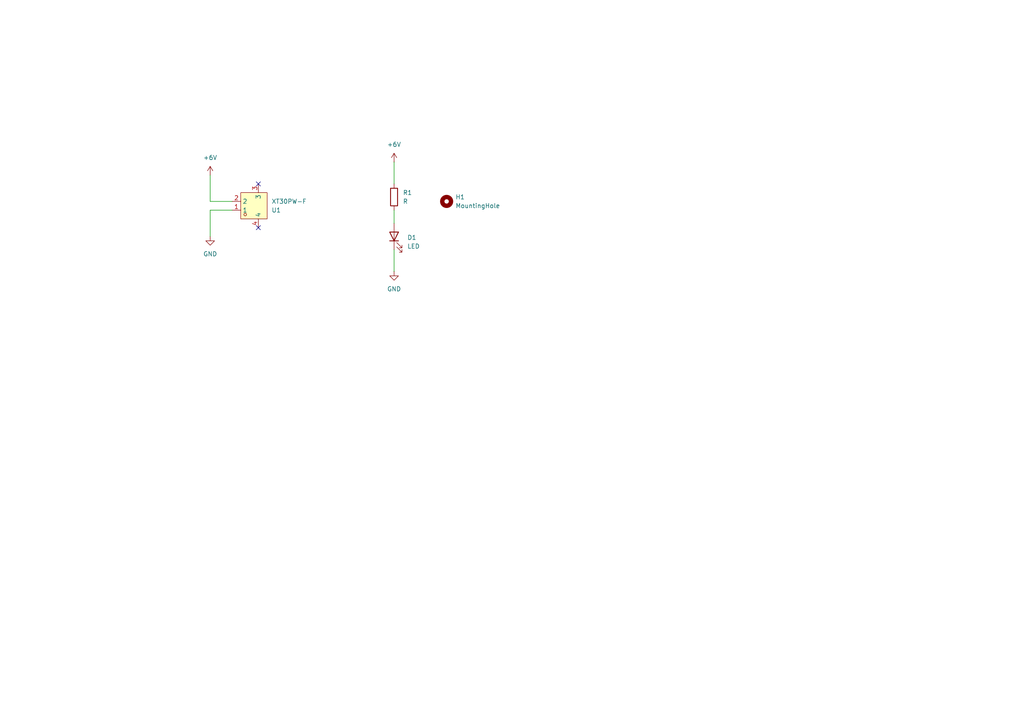
<source format=kicad_sch>
(kicad_sch (version 20231120) (generator "eeschema") (generator_version "8.0")
  (paper "A4")
  (lib_symbols
    (symbol "Device:LED" (pin_numbers hide) (pin_names (offset 1.016) hide)
      (property "Reference" "D" (at 0 2.54 0))
      (property "Value" "LED" (at 0 -2.54 0))
      (symbol "LED_0_1"
        (polyline (pts (xy -1.27 -1.27) (xy -1.27 1.27)) (stroke (width 0.254)))
        (polyline (pts (xy -1.27 0) (xy 1.27 0)))
        (polyline (pts (xy 1.27 -1.27) (xy 1.27 1.27) (xy -1.27 0) (xy 1.27 -1.27)) (stroke (width 0.254)))
        (polyline (pts (xy -3.048 -0.762) (xy -4.572 -2.286) (xy -3.81 -2.286) (xy -4.572 -2.286) (xy -4.572 -1.524)))
        (polyline (pts (xy -1.778 -0.762) (xy -3.302 -2.286) (xy -2.54 -2.286) (xy -3.302 -2.286) (xy -3.302 -1.524)))
      )
      (symbol "LED_1_1"
        (pin passive line (at -3.81 0 0) (length 2.54) (name "K") (number "1"))
        (pin passive line (at 3.81 0 180) (length 2.54) (name "A") (number "2"))
      )
    )
    (symbol "Device:R" (pin_numbers hide) (pin_names (offset 0))
      (property "Reference" "R" (at 2.032 0 90))
      (property "Value" "R" (at 0 0 90))
      (symbol "R_0_1"
        (rectangle (start -1.016 -2.54) (end 1.016 2.54) (stroke (width 0.254)))
      )
      (symbol "R_1_1"
        (pin passive line (at 0 3.81 270) (length 1.27) (name "~") (number "1"))
        (pin passive line (at 0 -3.81 90) (length 1.27) (name "~") (number "2"))
      )
    )
    (symbol "Mechanical:MountingHole" (pin_names (offset 1.016)) (exclude_from_sim yes) (in_bom no)
      (property "Reference" "H" (at 0 5.08 0))
      (property "Value" "MountingHole" (at 0 3.175 0))
      (symbol "MountingHole_0_1"
        (circle (center 0 0) (radius 1.27) (stroke (width 1.27)))
      )
    )
    (symbol "easyeda2kicad:XT30PW-F"
      (property "Reference" "U" (at 0 11.43 0))
      (property "Value" "XT30PW-F" (at 0 -11.43 0))
      (symbol "XT30PW-F_0_1"
        (rectangle (start -2.54 3.81) (end 5.08 -3.81) (fill (type background)))
        (circle (center -1.27 2.54) (radius 0.38))
        (pin unspecified line (at -5.08 1.27 0) (length 2.54) (name "1") (number "1"))
        (pin unspecified line (at -5.08 -1.27 0) (length 2.54) (name "2") (number "2"))
        (pin unspecified line (at 2.54 -6.35 90) (length 2.54) (name "3") (number "3"))
        (pin unspecified line (at 2.54 6.35 270) (length 2.54) (name "4") (number "4"))
      )
    )
    (symbol "power:+6V" (power) (pin_numbers hide) (pin_names (offset 0) hide)
      (property "Value" "+6V" (at 0 3.556 0))
      (symbol "+6V_0_1"
        (polyline (pts (xy -0.762 1.27) (xy 0 2.54)))
        (polyline (pts (xy 0 0) (xy 0 2.54)))
        (polyline (pts (xy 0 2.54) (xy 0.762 1.27)))
      )
      (symbol "+6V_1_1"
        (pin power_in line (at 0 0 90) (length 0) (name "~") (number "1"))
      )
    )
    (symbol "power:GND" (power) (pin_numbers hide) (pin_names (offset 0) hide)
      (property "Value" "GND" (at 0 -3.81 0))
      (symbol "GND_0_1"
        (polyline (pts (xy 0 0) (xy 0 -1.27) (xy 1.27 -1.27) (xy 0 -2.54) (xy -1.27 -1.27) (xy 0 -1.27)))
      )
      (symbol "GND_1_1"
        (pin power_in line (at 0 0 270) (length 0) (name "~") (number "1"))
      )
    )
  )
  (no_connect (at 74.93 66.04))
  (no_connect (at 74.93 53.34))
  (wire (pts (xy 114.3 60.96) (xy 114.3 64.77)))
  (wire (pts (xy 114.3 46.99) (xy 114.3 53.34)))
  (wire (pts (xy 60.96 50.8) (xy 60.96 58.42)))
  (wire (pts (xy 60.96 60.96) (xy 60.96 68.58)))
  (wire (pts (xy 67.31 60.96) (xy 60.96 60.96)))
  (wire (pts (xy 67.31 58.42) (xy 60.96 58.42)))
  (wire (pts (xy 114.3 72.39) (xy 114.3 78.74)))
  (symbol (lib_id "power:+6V") (at 114.3 46.99 0) (unit 1)
    (property "Reference" "#PWR01" (effects (hide yes)))
    (property "Value" "+6V" (at 114.3 41.91 0))
    (property "Description" "Power symbol creates a global label with name \"+6V\"" (effects (hide yes)))
  )
  (symbol (lib_id "power:GND") (at 114.3 78.74 0) (unit 1)
    (property "Reference" "#PWR02" (effects (hide yes)))
    (property "Value" "GND" (at 114.3 83.82 0))
    (property "Description" "Power symbol creates a global label with name \"GND\" , ground" (effects (hide yes)))
  )
  (symbol (lib_id "Device:LED") (at 114.3 68.58 90) (unit 1)
    (property "Reference" "D1" (at 118.11 68.8974 90) (effects (justify right)))
    (property "Value" "LED" (at 118.11 71.4374 90) (effects (justify right)))
    (property "Footprint" "LED_SMD:LED_0805_2012Metric" (effects (hide yes)))
    (property "Description" "Light emitting diode" (effects (hide yes)))
  )
  (symbol (lib_id "Device:R") (at 114.3 57.15 0) (unit 1)
    (property "Reference" "R1" (at 116.84 55.8799 0) (effects (justify left)))
    (property "Value" "R" (at 116.84 58.4199 0) (effects (justify left)))
    (property "Footprint" "Resistor_SMD:R_0805_2012Metric" (effects (hide yes)))
    (property "Description" "Resistor" (effects (hide yes)))
  )
  (symbol (lib_id "easyeda2kicad:XT30PW-F") (at 72.39 59.69 0) (mirror x) (unit 1)
    (property "Reference" "U1" (at 78.74 60.9601 0) (effects (justify left)))
    (property "Value" "XT30PW-F" (at 78.74 58.4201 0) (effects (justify left)))
    (property "Footprint" "easyeda2kicad:CONN-TH_XT30PW-F-1" (effects (hide yes)))
    (property "LCSC Part" "C2913282" (effects (hide yes)))
  )
  (symbol (lib_id "Mechanical:MountingHole") (at 129.54 58.42 0) (unit 1) (exclude_from_sim yes) (in_bom no)
    (property "Reference" "H1" (at 132.08 57.1499 0) (effects (justify left)))
    (property "Value" "MountingHole" (at 132.08 59.6899 0) (effects (justify left)))
    (property "Footprint" "MountingHole:MountingHole_5.3mm_M5" (effects (hide yes)))
    (property "Description" "Mounting Hole without connection" (effects (hide yes)))
  )
  (symbol (lib_id "power:+6V") (at 60.96 50.8 0) (unit 1)
    (property "Reference" "#PWR03" (effects (hide yes)))
    (property "Value" "+6V" (at 60.96 45.72 0))
    (property "Description" "Power symbol creates a global label with name \"+6V\"" (effects (hide yes)))
  )
  (symbol (lib_id "power:GND") (at 60.96 68.58 0) (unit 1)
    (property "Reference" "#PWR04" (effects (hide yes)))
    (property "Value" "GND" (at 60.96 73.66 0))
    (property "Description" "Power symbol creates a global label with name \"GND\" , ground" (effects (hide yes)))
  )
)
</source>
